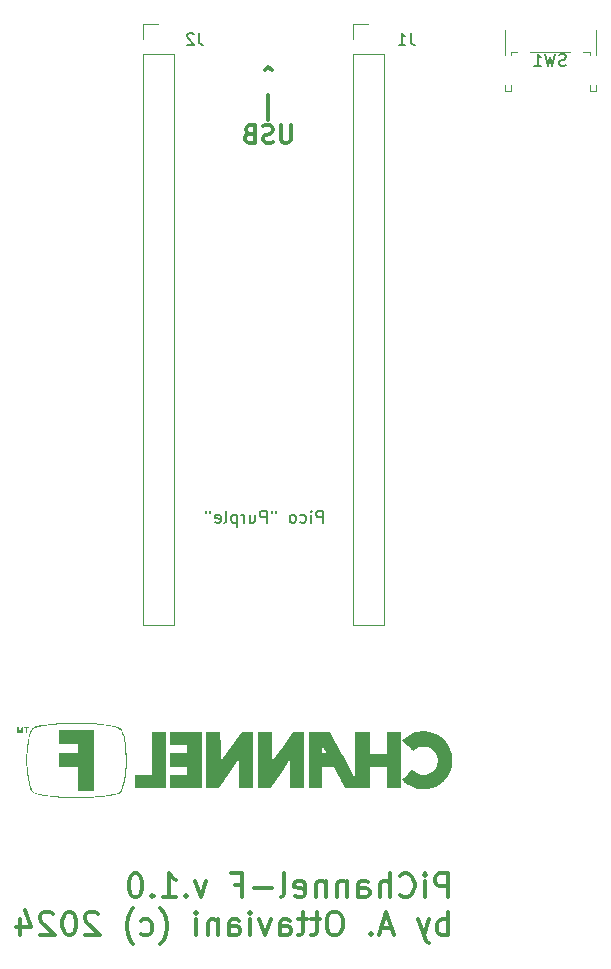
<source format=gbr>
%TF.GenerationSoftware,KiCad,Pcbnew,8.0.4*%
%TF.CreationDate,2024-08-11T18:13:53+02:00*%
%TF.ProjectId,PiChannelF,50694368-616e-46e6-956c-462e6b696361,1*%
%TF.SameCoordinates,Original*%
%TF.FileFunction,Legend,Bot*%
%TF.FilePolarity,Positive*%
%FSLAX46Y46*%
G04 Gerber Fmt 4.6, Leading zero omitted, Abs format (unit mm)*
G04 Created by KiCad (PCBNEW 8.0.4) date 2024-08-11 18:13:53*
%MOMM*%
%LPD*%
G01*
G04 APERTURE LIST*
%ADD10C,0.300000*%
%ADD11C,0.150000*%
%ADD12C,0.000000*%
%ADD13C,0.120000*%
%ADD14R,1.600000X1.600000*%
%ADD15O,1.600000X1.600000*%
%ADD16R,1.800000X1.800000*%
%ADD17C,1.800000*%
%ADD18C,1.600000*%
%ADD19R,1.700000X1.700000*%
%ADD20O,1.700000X1.700000*%
%ADD21C,2.100000*%
%ADD22C,1.750000*%
G04 APERTURE END LIST*
D10*
X100660713Y-30688853D02*
X100374999Y-30474568D01*
X100374999Y-30474568D02*
X100089285Y-30688853D01*
X100374999Y-34960912D02*
X100374999Y-32818055D01*
X102267857Y-35375828D02*
X102267857Y-36590114D01*
X102267857Y-36590114D02*
X102196428Y-36732971D01*
X102196428Y-36732971D02*
X102125000Y-36804400D01*
X102125000Y-36804400D02*
X101982142Y-36875828D01*
X101982142Y-36875828D02*
X101696428Y-36875828D01*
X101696428Y-36875828D02*
X101553571Y-36804400D01*
X101553571Y-36804400D02*
X101482142Y-36732971D01*
X101482142Y-36732971D02*
X101410714Y-36590114D01*
X101410714Y-36590114D02*
X101410714Y-35375828D01*
X100767856Y-36804400D02*
X100553571Y-36875828D01*
X100553571Y-36875828D02*
X100196428Y-36875828D01*
X100196428Y-36875828D02*
X100053571Y-36804400D01*
X100053571Y-36804400D02*
X99982142Y-36732971D01*
X99982142Y-36732971D02*
X99910713Y-36590114D01*
X99910713Y-36590114D02*
X99910713Y-36447257D01*
X99910713Y-36447257D02*
X99982142Y-36304400D01*
X99982142Y-36304400D02*
X100053571Y-36232971D01*
X100053571Y-36232971D02*
X100196428Y-36161542D01*
X100196428Y-36161542D02*
X100482142Y-36090114D01*
X100482142Y-36090114D02*
X100624999Y-36018685D01*
X100624999Y-36018685D02*
X100696428Y-35947257D01*
X100696428Y-35947257D02*
X100767856Y-35804400D01*
X100767856Y-35804400D02*
X100767856Y-35661542D01*
X100767856Y-35661542D02*
X100696428Y-35518685D01*
X100696428Y-35518685D02*
X100624999Y-35447257D01*
X100624999Y-35447257D02*
X100482142Y-35375828D01*
X100482142Y-35375828D02*
X100124999Y-35375828D01*
X100124999Y-35375828D02*
X99910713Y-35447257D01*
X98767857Y-36090114D02*
X98553571Y-36161542D01*
X98553571Y-36161542D02*
X98482142Y-36232971D01*
X98482142Y-36232971D02*
X98410714Y-36375828D01*
X98410714Y-36375828D02*
X98410714Y-36590114D01*
X98410714Y-36590114D02*
X98482142Y-36732971D01*
X98482142Y-36732971D02*
X98553571Y-36804400D01*
X98553571Y-36804400D02*
X98696428Y-36875828D01*
X98696428Y-36875828D02*
X99267857Y-36875828D01*
X99267857Y-36875828D02*
X99267857Y-35375828D01*
X99267857Y-35375828D02*
X98767857Y-35375828D01*
X98767857Y-35375828D02*
X98625000Y-35447257D01*
X98625000Y-35447257D02*
X98553571Y-35518685D01*
X98553571Y-35518685D02*
X98482142Y-35661542D01*
X98482142Y-35661542D02*
X98482142Y-35804400D01*
X98482142Y-35804400D02*
X98553571Y-35947257D01*
X98553571Y-35947257D02*
X98625000Y-36018685D01*
X98625000Y-36018685D02*
X98767857Y-36090114D01*
X98767857Y-36090114D02*
X99267857Y-36090114D01*
X115601441Y-100719750D02*
X115601441Y-98719750D01*
X115601441Y-98719750D02*
X114839536Y-98719750D01*
X114839536Y-98719750D02*
X114649060Y-98814988D01*
X114649060Y-98814988D02*
X114553822Y-98910226D01*
X114553822Y-98910226D02*
X114458584Y-99100702D01*
X114458584Y-99100702D02*
X114458584Y-99386416D01*
X114458584Y-99386416D02*
X114553822Y-99576892D01*
X114553822Y-99576892D02*
X114649060Y-99672131D01*
X114649060Y-99672131D02*
X114839536Y-99767369D01*
X114839536Y-99767369D02*
X115601441Y-99767369D01*
X113601441Y-100719750D02*
X113601441Y-99386416D01*
X113601441Y-98719750D02*
X113696679Y-98814988D01*
X113696679Y-98814988D02*
X113601441Y-98910226D01*
X113601441Y-98910226D02*
X113506203Y-98814988D01*
X113506203Y-98814988D02*
X113601441Y-98719750D01*
X113601441Y-98719750D02*
X113601441Y-98910226D01*
X111506203Y-100529273D02*
X111601441Y-100624512D01*
X111601441Y-100624512D02*
X111887155Y-100719750D01*
X111887155Y-100719750D02*
X112077631Y-100719750D01*
X112077631Y-100719750D02*
X112363346Y-100624512D01*
X112363346Y-100624512D02*
X112553822Y-100434035D01*
X112553822Y-100434035D02*
X112649060Y-100243559D01*
X112649060Y-100243559D02*
X112744298Y-99862607D01*
X112744298Y-99862607D02*
X112744298Y-99576892D01*
X112744298Y-99576892D02*
X112649060Y-99195940D01*
X112649060Y-99195940D02*
X112553822Y-99005464D01*
X112553822Y-99005464D02*
X112363346Y-98814988D01*
X112363346Y-98814988D02*
X112077631Y-98719750D01*
X112077631Y-98719750D02*
X111887155Y-98719750D01*
X111887155Y-98719750D02*
X111601441Y-98814988D01*
X111601441Y-98814988D02*
X111506203Y-98910226D01*
X110649060Y-100719750D02*
X110649060Y-98719750D01*
X109791917Y-100719750D02*
X109791917Y-99672131D01*
X109791917Y-99672131D02*
X109887155Y-99481654D01*
X109887155Y-99481654D02*
X110077631Y-99386416D01*
X110077631Y-99386416D02*
X110363346Y-99386416D01*
X110363346Y-99386416D02*
X110553822Y-99481654D01*
X110553822Y-99481654D02*
X110649060Y-99576892D01*
X107982393Y-100719750D02*
X107982393Y-99672131D01*
X107982393Y-99672131D02*
X108077631Y-99481654D01*
X108077631Y-99481654D02*
X108268107Y-99386416D01*
X108268107Y-99386416D02*
X108649060Y-99386416D01*
X108649060Y-99386416D02*
X108839536Y-99481654D01*
X107982393Y-100624512D02*
X108172869Y-100719750D01*
X108172869Y-100719750D02*
X108649060Y-100719750D01*
X108649060Y-100719750D02*
X108839536Y-100624512D01*
X108839536Y-100624512D02*
X108934774Y-100434035D01*
X108934774Y-100434035D02*
X108934774Y-100243559D01*
X108934774Y-100243559D02*
X108839536Y-100053083D01*
X108839536Y-100053083D02*
X108649060Y-99957845D01*
X108649060Y-99957845D02*
X108172869Y-99957845D01*
X108172869Y-99957845D02*
X107982393Y-99862607D01*
X107030012Y-99386416D02*
X107030012Y-100719750D01*
X107030012Y-99576892D02*
X106934774Y-99481654D01*
X106934774Y-99481654D02*
X106744298Y-99386416D01*
X106744298Y-99386416D02*
X106458583Y-99386416D01*
X106458583Y-99386416D02*
X106268107Y-99481654D01*
X106268107Y-99481654D02*
X106172869Y-99672131D01*
X106172869Y-99672131D02*
X106172869Y-100719750D01*
X105220488Y-99386416D02*
X105220488Y-100719750D01*
X105220488Y-99576892D02*
X105125250Y-99481654D01*
X105125250Y-99481654D02*
X104934774Y-99386416D01*
X104934774Y-99386416D02*
X104649059Y-99386416D01*
X104649059Y-99386416D02*
X104458583Y-99481654D01*
X104458583Y-99481654D02*
X104363345Y-99672131D01*
X104363345Y-99672131D02*
X104363345Y-100719750D01*
X102649059Y-100624512D02*
X102839535Y-100719750D01*
X102839535Y-100719750D02*
X103220488Y-100719750D01*
X103220488Y-100719750D02*
X103410964Y-100624512D01*
X103410964Y-100624512D02*
X103506202Y-100434035D01*
X103506202Y-100434035D02*
X103506202Y-99672131D01*
X103506202Y-99672131D02*
X103410964Y-99481654D01*
X103410964Y-99481654D02*
X103220488Y-99386416D01*
X103220488Y-99386416D02*
X102839535Y-99386416D01*
X102839535Y-99386416D02*
X102649059Y-99481654D01*
X102649059Y-99481654D02*
X102553821Y-99672131D01*
X102553821Y-99672131D02*
X102553821Y-99862607D01*
X102553821Y-99862607D02*
X103506202Y-100053083D01*
X101410964Y-100719750D02*
X101601440Y-100624512D01*
X101601440Y-100624512D02*
X101696678Y-100434035D01*
X101696678Y-100434035D02*
X101696678Y-98719750D01*
X100649059Y-99957845D02*
X99125250Y-99957845D01*
X97506202Y-99672131D02*
X98172869Y-99672131D01*
X98172869Y-100719750D02*
X98172869Y-98719750D01*
X98172869Y-98719750D02*
X97220488Y-98719750D01*
X95125249Y-99386416D02*
X94649059Y-100719750D01*
X94649059Y-100719750D02*
X94172868Y-99386416D01*
X93410963Y-100529273D02*
X93315725Y-100624512D01*
X93315725Y-100624512D02*
X93410963Y-100719750D01*
X93410963Y-100719750D02*
X93506201Y-100624512D01*
X93506201Y-100624512D02*
X93410963Y-100529273D01*
X93410963Y-100529273D02*
X93410963Y-100719750D01*
X91410963Y-100719750D02*
X92553820Y-100719750D01*
X91982392Y-100719750D02*
X91982392Y-98719750D01*
X91982392Y-98719750D02*
X92172868Y-99005464D01*
X92172868Y-99005464D02*
X92363344Y-99195940D01*
X92363344Y-99195940D02*
X92553820Y-99291178D01*
X90553820Y-100529273D02*
X90458582Y-100624512D01*
X90458582Y-100624512D02*
X90553820Y-100719750D01*
X90553820Y-100719750D02*
X90649058Y-100624512D01*
X90649058Y-100624512D02*
X90553820Y-100529273D01*
X90553820Y-100529273D02*
X90553820Y-100719750D01*
X89220487Y-98719750D02*
X89030010Y-98719750D01*
X89030010Y-98719750D02*
X88839534Y-98814988D01*
X88839534Y-98814988D02*
X88744296Y-98910226D01*
X88744296Y-98910226D02*
X88649058Y-99100702D01*
X88649058Y-99100702D02*
X88553820Y-99481654D01*
X88553820Y-99481654D02*
X88553820Y-99957845D01*
X88553820Y-99957845D02*
X88649058Y-100338797D01*
X88649058Y-100338797D02*
X88744296Y-100529273D01*
X88744296Y-100529273D02*
X88839534Y-100624512D01*
X88839534Y-100624512D02*
X89030010Y-100719750D01*
X89030010Y-100719750D02*
X89220487Y-100719750D01*
X89220487Y-100719750D02*
X89410963Y-100624512D01*
X89410963Y-100624512D02*
X89506201Y-100529273D01*
X89506201Y-100529273D02*
X89601439Y-100338797D01*
X89601439Y-100338797D02*
X89696677Y-99957845D01*
X89696677Y-99957845D02*
X89696677Y-99481654D01*
X89696677Y-99481654D02*
X89601439Y-99100702D01*
X89601439Y-99100702D02*
X89506201Y-98910226D01*
X89506201Y-98910226D02*
X89410963Y-98814988D01*
X89410963Y-98814988D02*
X89220487Y-98719750D01*
X115601441Y-103939638D02*
X115601441Y-101939638D01*
X115601441Y-102701542D02*
X115410965Y-102606304D01*
X115410965Y-102606304D02*
X115030012Y-102606304D01*
X115030012Y-102606304D02*
X114839536Y-102701542D01*
X114839536Y-102701542D02*
X114744298Y-102796780D01*
X114744298Y-102796780D02*
X114649060Y-102987257D01*
X114649060Y-102987257D02*
X114649060Y-103558685D01*
X114649060Y-103558685D02*
X114744298Y-103749161D01*
X114744298Y-103749161D02*
X114839536Y-103844400D01*
X114839536Y-103844400D02*
X115030012Y-103939638D01*
X115030012Y-103939638D02*
X115410965Y-103939638D01*
X115410965Y-103939638D02*
X115601441Y-103844400D01*
X113982393Y-102606304D02*
X113506203Y-103939638D01*
X113030012Y-102606304D02*
X113506203Y-103939638D01*
X113506203Y-103939638D02*
X113696679Y-104415828D01*
X113696679Y-104415828D02*
X113791917Y-104511066D01*
X113791917Y-104511066D02*
X113982393Y-104606304D01*
X110839535Y-103368209D02*
X109887154Y-103368209D01*
X111030011Y-103939638D02*
X110363345Y-101939638D01*
X110363345Y-101939638D02*
X109696678Y-103939638D01*
X109030011Y-103749161D02*
X108934773Y-103844400D01*
X108934773Y-103844400D02*
X109030011Y-103939638D01*
X109030011Y-103939638D02*
X109125249Y-103844400D01*
X109125249Y-103844400D02*
X109030011Y-103749161D01*
X109030011Y-103749161D02*
X109030011Y-103939638D01*
X106172868Y-101939638D02*
X105791915Y-101939638D01*
X105791915Y-101939638D02*
X105601439Y-102034876D01*
X105601439Y-102034876D02*
X105410963Y-102225352D01*
X105410963Y-102225352D02*
X105315725Y-102606304D01*
X105315725Y-102606304D02*
X105315725Y-103272971D01*
X105315725Y-103272971D02*
X105410963Y-103653923D01*
X105410963Y-103653923D02*
X105601439Y-103844400D01*
X105601439Y-103844400D02*
X105791915Y-103939638D01*
X105791915Y-103939638D02*
X106172868Y-103939638D01*
X106172868Y-103939638D02*
X106363344Y-103844400D01*
X106363344Y-103844400D02*
X106553820Y-103653923D01*
X106553820Y-103653923D02*
X106649058Y-103272971D01*
X106649058Y-103272971D02*
X106649058Y-102606304D01*
X106649058Y-102606304D02*
X106553820Y-102225352D01*
X106553820Y-102225352D02*
X106363344Y-102034876D01*
X106363344Y-102034876D02*
X106172868Y-101939638D01*
X104744296Y-102606304D02*
X103982392Y-102606304D01*
X104458582Y-101939638D02*
X104458582Y-103653923D01*
X104458582Y-103653923D02*
X104363344Y-103844400D01*
X104363344Y-103844400D02*
X104172868Y-103939638D01*
X104172868Y-103939638D02*
X103982392Y-103939638D01*
X103601439Y-102606304D02*
X102839535Y-102606304D01*
X103315725Y-101939638D02*
X103315725Y-103653923D01*
X103315725Y-103653923D02*
X103220487Y-103844400D01*
X103220487Y-103844400D02*
X103030011Y-103939638D01*
X103030011Y-103939638D02*
X102839535Y-103939638D01*
X101315725Y-103939638D02*
X101315725Y-102892019D01*
X101315725Y-102892019D02*
X101410963Y-102701542D01*
X101410963Y-102701542D02*
X101601439Y-102606304D01*
X101601439Y-102606304D02*
X101982392Y-102606304D01*
X101982392Y-102606304D02*
X102172868Y-102701542D01*
X101315725Y-103844400D02*
X101506201Y-103939638D01*
X101506201Y-103939638D02*
X101982392Y-103939638D01*
X101982392Y-103939638D02*
X102172868Y-103844400D01*
X102172868Y-103844400D02*
X102268106Y-103653923D01*
X102268106Y-103653923D02*
X102268106Y-103463447D01*
X102268106Y-103463447D02*
X102172868Y-103272971D01*
X102172868Y-103272971D02*
X101982392Y-103177733D01*
X101982392Y-103177733D02*
X101506201Y-103177733D01*
X101506201Y-103177733D02*
X101315725Y-103082495D01*
X100553820Y-102606304D02*
X100077630Y-103939638D01*
X100077630Y-103939638D02*
X99601439Y-102606304D01*
X98839534Y-103939638D02*
X98839534Y-102606304D01*
X98839534Y-101939638D02*
X98934772Y-102034876D01*
X98934772Y-102034876D02*
X98839534Y-102130114D01*
X98839534Y-102130114D02*
X98744296Y-102034876D01*
X98744296Y-102034876D02*
X98839534Y-101939638D01*
X98839534Y-101939638D02*
X98839534Y-102130114D01*
X97030010Y-103939638D02*
X97030010Y-102892019D01*
X97030010Y-102892019D02*
X97125248Y-102701542D01*
X97125248Y-102701542D02*
X97315724Y-102606304D01*
X97315724Y-102606304D02*
X97696677Y-102606304D01*
X97696677Y-102606304D02*
X97887153Y-102701542D01*
X97030010Y-103844400D02*
X97220486Y-103939638D01*
X97220486Y-103939638D02*
X97696677Y-103939638D01*
X97696677Y-103939638D02*
X97887153Y-103844400D01*
X97887153Y-103844400D02*
X97982391Y-103653923D01*
X97982391Y-103653923D02*
X97982391Y-103463447D01*
X97982391Y-103463447D02*
X97887153Y-103272971D01*
X97887153Y-103272971D02*
X97696677Y-103177733D01*
X97696677Y-103177733D02*
X97220486Y-103177733D01*
X97220486Y-103177733D02*
X97030010Y-103082495D01*
X96077629Y-102606304D02*
X96077629Y-103939638D01*
X96077629Y-102796780D02*
X95982391Y-102701542D01*
X95982391Y-102701542D02*
X95791915Y-102606304D01*
X95791915Y-102606304D02*
X95506200Y-102606304D01*
X95506200Y-102606304D02*
X95315724Y-102701542D01*
X95315724Y-102701542D02*
X95220486Y-102892019D01*
X95220486Y-102892019D02*
X95220486Y-103939638D01*
X94268105Y-103939638D02*
X94268105Y-102606304D01*
X94268105Y-101939638D02*
X94363343Y-102034876D01*
X94363343Y-102034876D02*
X94268105Y-102130114D01*
X94268105Y-102130114D02*
X94172867Y-102034876D01*
X94172867Y-102034876D02*
X94268105Y-101939638D01*
X94268105Y-101939638D02*
X94268105Y-102130114D01*
X91220485Y-104701542D02*
X91315724Y-104606304D01*
X91315724Y-104606304D02*
X91506200Y-104320590D01*
X91506200Y-104320590D02*
X91601438Y-104130114D01*
X91601438Y-104130114D02*
X91696676Y-103844400D01*
X91696676Y-103844400D02*
X91791914Y-103368209D01*
X91791914Y-103368209D02*
X91791914Y-102987257D01*
X91791914Y-102987257D02*
X91696676Y-102511066D01*
X91696676Y-102511066D02*
X91601438Y-102225352D01*
X91601438Y-102225352D02*
X91506200Y-102034876D01*
X91506200Y-102034876D02*
X91315724Y-101749161D01*
X91315724Y-101749161D02*
X91220485Y-101653923D01*
X89601438Y-103844400D02*
X89791914Y-103939638D01*
X89791914Y-103939638D02*
X90172867Y-103939638D01*
X90172867Y-103939638D02*
X90363343Y-103844400D01*
X90363343Y-103844400D02*
X90458581Y-103749161D01*
X90458581Y-103749161D02*
X90553819Y-103558685D01*
X90553819Y-103558685D02*
X90553819Y-102987257D01*
X90553819Y-102987257D02*
X90458581Y-102796780D01*
X90458581Y-102796780D02*
X90363343Y-102701542D01*
X90363343Y-102701542D02*
X90172867Y-102606304D01*
X90172867Y-102606304D02*
X89791914Y-102606304D01*
X89791914Y-102606304D02*
X89601438Y-102701542D01*
X88934771Y-104701542D02*
X88839533Y-104606304D01*
X88839533Y-104606304D02*
X88649057Y-104320590D01*
X88649057Y-104320590D02*
X88553819Y-104130114D01*
X88553819Y-104130114D02*
X88458581Y-103844400D01*
X88458581Y-103844400D02*
X88363343Y-103368209D01*
X88363343Y-103368209D02*
X88363343Y-102987257D01*
X88363343Y-102987257D02*
X88458581Y-102511066D01*
X88458581Y-102511066D02*
X88553819Y-102225352D01*
X88553819Y-102225352D02*
X88649057Y-102034876D01*
X88649057Y-102034876D02*
X88839533Y-101749161D01*
X88839533Y-101749161D02*
X88934771Y-101653923D01*
X85982390Y-102130114D02*
X85887152Y-102034876D01*
X85887152Y-102034876D02*
X85696676Y-101939638D01*
X85696676Y-101939638D02*
X85220485Y-101939638D01*
X85220485Y-101939638D02*
X85030009Y-102034876D01*
X85030009Y-102034876D02*
X84934771Y-102130114D01*
X84934771Y-102130114D02*
X84839533Y-102320590D01*
X84839533Y-102320590D02*
X84839533Y-102511066D01*
X84839533Y-102511066D02*
X84934771Y-102796780D01*
X84934771Y-102796780D02*
X86077628Y-103939638D01*
X86077628Y-103939638D02*
X84839533Y-103939638D01*
X83601438Y-101939638D02*
X83410961Y-101939638D01*
X83410961Y-101939638D02*
X83220485Y-102034876D01*
X83220485Y-102034876D02*
X83125247Y-102130114D01*
X83125247Y-102130114D02*
X83030009Y-102320590D01*
X83030009Y-102320590D02*
X82934771Y-102701542D01*
X82934771Y-102701542D02*
X82934771Y-103177733D01*
X82934771Y-103177733D02*
X83030009Y-103558685D01*
X83030009Y-103558685D02*
X83125247Y-103749161D01*
X83125247Y-103749161D02*
X83220485Y-103844400D01*
X83220485Y-103844400D02*
X83410961Y-103939638D01*
X83410961Y-103939638D02*
X83601438Y-103939638D01*
X83601438Y-103939638D02*
X83791914Y-103844400D01*
X83791914Y-103844400D02*
X83887152Y-103749161D01*
X83887152Y-103749161D02*
X83982390Y-103558685D01*
X83982390Y-103558685D02*
X84077628Y-103177733D01*
X84077628Y-103177733D02*
X84077628Y-102701542D01*
X84077628Y-102701542D02*
X83982390Y-102320590D01*
X83982390Y-102320590D02*
X83887152Y-102130114D01*
X83887152Y-102130114D02*
X83791914Y-102034876D01*
X83791914Y-102034876D02*
X83601438Y-101939638D01*
X82172866Y-102130114D02*
X82077628Y-102034876D01*
X82077628Y-102034876D02*
X81887152Y-101939638D01*
X81887152Y-101939638D02*
X81410961Y-101939638D01*
X81410961Y-101939638D02*
X81220485Y-102034876D01*
X81220485Y-102034876D02*
X81125247Y-102130114D01*
X81125247Y-102130114D02*
X81030009Y-102320590D01*
X81030009Y-102320590D02*
X81030009Y-102511066D01*
X81030009Y-102511066D02*
X81125247Y-102796780D01*
X81125247Y-102796780D02*
X82268104Y-103939638D01*
X82268104Y-103939638D02*
X81030009Y-103939638D01*
X79315723Y-102606304D02*
X79315723Y-103939638D01*
X79791914Y-101844400D02*
X80268104Y-103272971D01*
X80268104Y-103272971D02*
X79030009Y-103272971D01*
D11*
X104988220Y-69019819D02*
X104988220Y-68019819D01*
X104988220Y-68019819D02*
X104607268Y-68019819D01*
X104607268Y-68019819D02*
X104512030Y-68067438D01*
X104512030Y-68067438D02*
X104464411Y-68115057D01*
X104464411Y-68115057D02*
X104416792Y-68210295D01*
X104416792Y-68210295D02*
X104416792Y-68353152D01*
X104416792Y-68353152D02*
X104464411Y-68448390D01*
X104464411Y-68448390D02*
X104512030Y-68496009D01*
X104512030Y-68496009D02*
X104607268Y-68543628D01*
X104607268Y-68543628D02*
X104988220Y-68543628D01*
X103988220Y-69019819D02*
X103988220Y-68353152D01*
X103988220Y-68019819D02*
X104035839Y-68067438D01*
X104035839Y-68067438D02*
X103988220Y-68115057D01*
X103988220Y-68115057D02*
X103940601Y-68067438D01*
X103940601Y-68067438D02*
X103988220Y-68019819D01*
X103988220Y-68019819D02*
X103988220Y-68115057D01*
X103083459Y-68972200D02*
X103178697Y-69019819D01*
X103178697Y-69019819D02*
X103369173Y-69019819D01*
X103369173Y-69019819D02*
X103464411Y-68972200D01*
X103464411Y-68972200D02*
X103512030Y-68924580D01*
X103512030Y-68924580D02*
X103559649Y-68829342D01*
X103559649Y-68829342D02*
X103559649Y-68543628D01*
X103559649Y-68543628D02*
X103512030Y-68448390D01*
X103512030Y-68448390D02*
X103464411Y-68400771D01*
X103464411Y-68400771D02*
X103369173Y-68353152D01*
X103369173Y-68353152D02*
X103178697Y-68353152D01*
X103178697Y-68353152D02*
X103083459Y-68400771D01*
X102512030Y-69019819D02*
X102607268Y-68972200D01*
X102607268Y-68972200D02*
X102654887Y-68924580D01*
X102654887Y-68924580D02*
X102702506Y-68829342D01*
X102702506Y-68829342D02*
X102702506Y-68543628D01*
X102702506Y-68543628D02*
X102654887Y-68448390D01*
X102654887Y-68448390D02*
X102607268Y-68400771D01*
X102607268Y-68400771D02*
X102512030Y-68353152D01*
X102512030Y-68353152D02*
X102369173Y-68353152D01*
X102369173Y-68353152D02*
X102273935Y-68400771D01*
X102273935Y-68400771D02*
X102226316Y-68448390D01*
X102226316Y-68448390D02*
X102178697Y-68543628D01*
X102178697Y-68543628D02*
X102178697Y-68829342D01*
X102178697Y-68829342D02*
X102226316Y-68924580D01*
X102226316Y-68924580D02*
X102273935Y-68972200D01*
X102273935Y-68972200D02*
X102369173Y-69019819D01*
X102369173Y-69019819D02*
X102512030Y-69019819D01*
X101035839Y-68019819D02*
X101035839Y-68210295D01*
X100654887Y-68019819D02*
X100654887Y-68210295D01*
X100226315Y-69019819D02*
X100226315Y-68019819D01*
X100226315Y-68019819D02*
X99845363Y-68019819D01*
X99845363Y-68019819D02*
X99750125Y-68067438D01*
X99750125Y-68067438D02*
X99702506Y-68115057D01*
X99702506Y-68115057D02*
X99654887Y-68210295D01*
X99654887Y-68210295D02*
X99654887Y-68353152D01*
X99654887Y-68353152D02*
X99702506Y-68448390D01*
X99702506Y-68448390D02*
X99750125Y-68496009D01*
X99750125Y-68496009D02*
X99845363Y-68543628D01*
X99845363Y-68543628D02*
X100226315Y-68543628D01*
X98797744Y-68353152D02*
X98797744Y-69019819D01*
X99226315Y-68353152D02*
X99226315Y-68876961D01*
X99226315Y-68876961D02*
X99178696Y-68972200D01*
X99178696Y-68972200D02*
X99083458Y-69019819D01*
X99083458Y-69019819D02*
X98940601Y-69019819D01*
X98940601Y-69019819D02*
X98845363Y-68972200D01*
X98845363Y-68972200D02*
X98797744Y-68924580D01*
X98321553Y-69019819D02*
X98321553Y-68353152D01*
X98321553Y-68543628D02*
X98273934Y-68448390D01*
X98273934Y-68448390D02*
X98226315Y-68400771D01*
X98226315Y-68400771D02*
X98131077Y-68353152D01*
X98131077Y-68353152D02*
X98035839Y-68353152D01*
X97702505Y-68353152D02*
X97702505Y-69353152D01*
X97702505Y-68400771D02*
X97607267Y-68353152D01*
X97607267Y-68353152D02*
X97416791Y-68353152D01*
X97416791Y-68353152D02*
X97321553Y-68400771D01*
X97321553Y-68400771D02*
X97273934Y-68448390D01*
X97273934Y-68448390D02*
X97226315Y-68543628D01*
X97226315Y-68543628D02*
X97226315Y-68829342D01*
X97226315Y-68829342D02*
X97273934Y-68924580D01*
X97273934Y-68924580D02*
X97321553Y-68972200D01*
X97321553Y-68972200D02*
X97416791Y-69019819D01*
X97416791Y-69019819D02*
X97607267Y-69019819D01*
X97607267Y-69019819D02*
X97702505Y-68972200D01*
X96654886Y-69019819D02*
X96750124Y-68972200D01*
X96750124Y-68972200D02*
X96797743Y-68876961D01*
X96797743Y-68876961D02*
X96797743Y-68019819D01*
X95892981Y-68972200D02*
X95988219Y-69019819D01*
X95988219Y-69019819D02*
X96178695Y-69019819D01*
X96178695Y-69019819D02*
X96273933Y-68972200D01*
X96273933Y-68972200D02*
X96321552Y-68876961D01*
X96321552Y-68876961D02*
X96321552Y-68496009D01*
X96321552Y-68496009D02*
X96273933Y-68400771D01*
X96273933Y-68400771D02*
X96178695Y-68353152D01*
X96178695Y-68353152D02*
X95988219Y-68353152D01*
X95988219Y-68353152D02*
X95892981Y-68400771D01*
X95892981Y-68400771D02*
X95845362Y-68496009D01*
X95845362Y-68496009D02*
X95845362Y-68591247D01*
X95845362Y-68591247D02*
X96321552Y-68686485D01*
X95464409Y-68019819D02*
X95464409Y-68210295D01*
X95083457Y-68019819D02*
X95083457Y-68210295D01*
X112408333Y-27554819D02*
X112408333Y-28269104D01*
X112408333Y-28269104D02*
X112455952Y-28411961D01*
X112455952Y-28411961D02*
X112551190Y-28507200D01*
X112551190Y-28507200D02*
X112694047Y-28554819D01*
X112694047Y-28554819D02*
X112789285Y-28554819D01*
X111408333Y-28554819D02*
X111979761Y-28554819D01*
X111694047Y-28554819D02*
X111694047Y-27554819D01*
X111694047Y-27554819D02*
X111789285Y-27697676D01*
X111789285Y-27697676D02*
X111884523Y-27792914D01*
X111884523Y-27792914D02*
X111979761Y-27840533D01*
X125558332Y-30287200D02*
X125415475Y-30334819D01*
X125415475Y-30334819D02*
X125177380Y-30334819D01*
X125177380Y-30334819D02*
X125082142Y-30287200D01*
X125082142Y-30287200D02*
X125034523Y-30239580D01*
X125034523Y-30239580D02*
X124986904Y-30144342D01*
X124986904Y-30144342D02*
X124986904Y-30049104D01*
X124986904Y-30049104D02*
X125034523Y-29953866D01*
X125034523Y-29953866D02*
X125082142Y-29906247D01*
X125082142Y-29906247D02*
X125177380Y-29858628D01*
X125177380Y-29858628D02*
X125367856Y-29811009D01*
X125367856Y-29811009D02*
X125463094Y-29763390D01*
X125463094Y-29763390D02*
X125510713Y-29715771D01*
X125510713Y-29715771D02*
X125558332Y-29620533D01*
X125558332Y-29620533D02*
X125558332Y-29525295D01*
X125558332Y-29525295D02*
X125510713Y-29430057D01*
X125510713Y-29430057D02*
X125463094Y-29382438D01*
X125463094Y-29382438D02*
X125367856Y-29334819D01*
X125367856Y-29334819D02*
X125129761Y-29334819D01*
X125129761Y-29334819D02*
X124986904Y-29382438D01*
X124653570Y-29334819D02*
X124415475Y-30334819D01*
X124415475Y-30334819D02*
X124224999Y-29620533D01*
X124224999Y-29620533D02*
X124034523Y-30334819D01*
X124034523Y-30334819D02*
X123796428Y-29334819D01*
X122891666Y-30334819D02*
X123463094Y-30334819D01*
X123177380Y-30334819D02*
X123177380Y-29334819D01*
X123177380Y-29334819D02*
X123272618Y-29477676D01*
X123272618Y-29477676D02*
X123367856Y-29572914D01*
X123367856Y-29572914D02*
X123463094Y-29620533D01*
X94483333Y-27554819D02*
X94483333Y-28269104D01*
X94483333Y-28269104D02*
X94530952Y-28411961D01*
X94530952Y-28411961D02*
X94626190Y-28507200D01*
X94626190Y-28507200D02*
X94769047Y-28554819D01*
X94769047Y-28554819D02*
X94864285Y-28554819D01*
X94054761Y-27650057D02*
X94007142Y-27602438D01*
X94007142Y-27602438D02*
X93911904Y-27554819D01*
X93911904Y-27554819D02*
X93673809Y-27554819D01*
X93673809Y-27554819D02*
X93578571Y-27602438D01*
X93578571Y-27602438D02*
X93530952Y-27650057D01*
X93530952Y-27650057D02*
X93483333Y-27745295D01*
X93483333Y-27745295D02*
X93483333Y-27840533D01*
X93483333Y-27840533D02*
X93530952Y-27983390D01*
X93530952Y-27983390D02*
X94102380Y-28554819D01*
X94102380Y-28554819D02*
X93483333Y-28554819D01*
D12*
%TO.C,G\u002A\u002A\u002A*%
G36*
X91666912Y-89103102D02*
G01*
X91666912Y-91496339D01*
X90391912Y-91496339D01*
X89116912Y-91496339D01*
X89116912Y-90929300D01*
X89116912Y-90362262D01*
X89800245Y-90362262D01*
X90483578Y-90362262D01*
X90483578Y-88536063D01*
X90483578Y-86709865D01*
X91075245Y-86709865D01*
X91666912Y-86709865D01*
X91666912Y-89103102D01*
G37*
G36*
X80133578Y-86351296D02*
G01*
X80132077Y-86372119D01*
X80121747Y-86386188D01*
X80094411Y-86391908D01*
X80041912Y-86392990D01*
X79950245Y-86392990D01*
X79950245Y-86626477D01*
X79950245Y-86859964D01*
X79908578Y-86859964D01*
X79866912Y-86859964D01*
X79866912Y-86626477D01*
X79866912Y-86392990D01*
X79775245Y-86392990D01*
X79729465Y-86392307D01*
X79698535Y-86387609D01*
X79685958Y-86375175D01*
X79683578Y-86351296D01*
X79683578Y-86309602D01*
X79908578Y-86309602D01*
X80133578Y-86309602D01*
X80133578Y-86351296D01*
G37*
G36*
X85600245Y-89128118D02*
G01*
X85600245Y-91696470D01*
X84933578Y-91696470D01*
X84266912Y-91696470D01*
X84266912Y-90720830D01*
X84266912Y-89745190D01*
X83441912Y-89745190D01*
X82616912Y-89745190D01*
X82616912Y-89144953D01*
X82616912Y-88544716D01*
X83437745Y-88540390D01*
X84258578Y-88536063D01*
X84263047Y-88139970D01*
X84267515Y-87743877D01*
X83442213Y-87743877D01*
X82616912Y-87743877D01*
X82616912Y-87151822D01*
X82616912Y-86559767D01*
X84108578Y-86559767D01*
X85600245Y-86559767D01*
X85600245Y-89128118D01*
G37*
G36*
X94750245Y-89103102D02*
G01*
X94750245Y-91496339D01*
X93375245Y-91496339D01*
X92000245Y-91496339D01*
X92000245Y-90929300D01*
X92000245Y-90362262D01*
X92750245Y-90362262D01*
X93500245Y-90362262D01*
X93500245Y-90045387D01*
X93500245Y-89728512D01*
X92783578Y-89728512D01*
X92066912Y-89728512D01*
X92066912Y-89103102D01*
X92066912Y-88477692D01*
X92783578Y-88477692D01*
X93500245Y-88477692D01*
X93500245Y-88160817D01*
X93500245Y-87843943D01*
X92750245Y-87843943D01*
X92000245Y-87843943D01*
X92000245Y-87276904D01*
X92000245Y-86709865D01*
X93375245Y-86709865D01*
X94750245Y-86709865D01*
X94750245Y-89103102D01*
G37*
G36*
X79294209Y-86522242D02*
G01*
X79360606Y-86734881D01*
X79431806Y-86522242D01*
X79503006Y-86309602D01*
X79559959Y-86309602D01*
X79616912Y-86309602D01*
X79616912Y-86584783D01*
X79616912Y-86859964D01*
X79575245Y-86859964D01*
X79533578Y-86859964D01*
X79532268Y-86672340D01*
X79530957Y-86484717D01*
X79468472Y-86668171D01*
X79460721Y-86690836D01*
X79435067Y-86763051D01*
X79415540Y-86810276D01*
X79399083Y-86837984D01*
X79382639Y-86851646D01*
X79363152Y-86856737D01*
X79347988Y-86857505D01*
X79332585Y-86852231D01*
X79318289Y-86835361D01*
X79302222Y-86801872D01*
X79281507Y-86746741D01*
X79253264Y-86664945D01*
X79186210Y-86468040D01*
X79184894Y-86664002D01*
X79183578Y-86859964D01*
X79141912Y-86859964D01*
X79100245Y-86859964D01*
X79100245Y-86584783D01*
X79100245Y-86309602D01*
X79164029Y-86309602D01*
X79227812Y-86309602D01*
X79294209Y-86522242D01*
G37*
G36*
X103383578Y-89102838D02*
G01*
X103383578Y-91496339D01*
X102800353Y-91496339D01*
X102217128Y-91496339D01*
X102212853Y-90275361D01*
X102208578Y-89054382D01*
X101662745Y-89842040D01*
X101582741Y-89957650D01*
X101487319Y-90095986D01*
X101399154Y-90224288D01*
X101319932Y-90340080D01*
X101251336Y-90440884D01*
X101195052Y-90524224D01*
X101152764Y-90587623D01*
X101126156Y-90628603D01*
X101116912Y-90644688D01*
X101116801Y-90646593D01*
X101102610Y-90665238D01*
X101090020Y-90679552D01*
X101061168Y-90717847D01*
X101018721Y-90776457D01*
X100965291Y-90851735D01*
X100903490Y-90940033D01*
X100835927Y-91037705D01*
X100772414Y-91129875D01*
X100707374Y-91223905D01*
X100649534Y-91307164D01*
X100601807Y-91375467D01*
X100567109Y-91424632D01*
X100548353Y-91450476D01*
X100513160Y-91496339D01*
X99990036Y-91496339D01*
X99466912Y-91496339D01*
X99466912Y-89103102D01*
X99466912Y-86709865D01*
X100075140Y-86709865D01*
X100683369Y-86709865D01*
X100687640Y-87966534D01*
X100691912Y-89223202D01*
X101576764Y-87970703D01*
X102461616Y-86718204D01*
X102922597Y-86713771D01*
X103383578Y-86709337D01*
X103383578Y-89102838D01*
G37*
G36*
X96320974Y-87970598D02*
G01*
X96325245Y-89231331D01*
X97215802Y-87970598D01*
X98106360Y-86709865D01*
X98569969Y-86709865D01*
X99033578Y-86709865D01*
X99033578Y-89103102D01*
X99033578Y-91496339D01*
X98442020Y-91496339D01*
X97850462Y-91496339D01*
X97846187Y-90279842D01*
X97841912Y-89063344D01*
X97650245Y-89339037D01*
X97639270Y-89354839D01*
X97581503Y-89438510D01*
X97530884Y-89512647D01*
X97490407Y-89572806D01*
X97463069Y-89614539D01*
X97451865Y-89633403D01*
X97451657Y-89633956D01*
X97435681Y-89659048D01*
X97407634Y-89692565D01*
X97376192Y-89731679D01*
X97347707Y-89776646D01*
X97329594Y-89808973D01*
X97315604Y-89828578D01*
X97300156Y-89847131D01*
X97271079Y-89886708D01*
X97232610Y-89941170D01*
X97188837Y-90004499D01*
X97143851Y-90070676D01*
X97101742Y-90133684D01*
X97066600Y-90187506D01*
X97042516Y-90226124D01*
X97033578Y-90243519D01*
X97033427Y-90245941D01*
X97019915Y-90264976D01*
X97004954Y-90280453D01*
X96975895Y-90317652D01*
X96936987Y-90370495D01*
X96892460Y-90432907D01*
X96846543Y-90498818D01*
X96803466Y-90562156D01*
X96767460Y-90616848D01*
X96742754Y-90656821D01*
X96733578Y-90676005D01*
X96733288Y-90679522D01*
X96719222Y-90698593D01*
X96715038Y-90701007D01*
X96707803Y-90707889D01*
X96696387Y-90721572D01*
X96678954Y-90744640D01*
X96653664Y-90779680D01*
X96618681Y-90829277D01*
X96572165Y-90896018D01*
X96512279Y-90982487D01*
X96437184Y-91091270D01*
X96345043Y-91224954D01*
X96158578Y-91495591D01*
X95629412Y-91495965D01*
X95100245Y-91496339D01*
X95100245Y-89103102D01*
X95100245Y-86709865D01*
X95708474Y-86709865D01*
X96316702Y-86709865D01*
X96320974Y-87970598D01*
G37*
G36*
X106673446Y-88720771D02*
G01*
X107725245Y-90723339D01*
X107729479Y-88716602D01*
X107733712Y-86709865D01*
X108341979Y-86709865D01*
X108950245Y-86709865D01*
X108950245Y-87652150D01*
X108950245Y-88594435D01*
X109666912Y-88594435D01*
X110383578Y-88594435D01*
X110383578Y-87652150D01*
X110383578Y-86709865D01*
X110975245Y-86709865D01*
X111566912Y-86709865D01*
X111566912Y-89103102D01*
X111566912Y-91496339D01*
X110975245Y-91496339D01*
X110383578Y-91496339D01*
X110383578Y-90595748D01*
X110383578Y-89695157D01*
X109666628Y-89695157D01*
X108949678Y-89695157D01*
X108954128Y-90595752D01*
X108958578Y-91496346D01*
X107915930Y-91496343D01*
X106873281Y-91496339D01*
X106769540Y-91287869D01*
X106756602Y-91262076D01*
X106719397Y-91190246D01*
X106687620Y-91132260D01*
X106664300Y-91093513D01*
X106652466Y-91079399D01*
X106647241Y-91077636D01*
X106639134Y-91057487D01*
X106633938Y-91043610D01*
X106614890Y-91002312D01*
X106583301Y-90937008D01*
X106540693Y-90850753D01*
X106488590Y-90746604D01*
X106428512Y-90627620D01*
X106361982Y-90496856D01*
X106290523Y-90357369D01*
X105941912Y-89679164D01*
X105412745Y-89678822D01*
X104883578Y-89678480D01*
X104883578Y-90587409D01*
X104883578Y-91496339D01*
X104358578Y-91496339D01*
X103833578Y-91496339D01*
X103833578Y-89102957D01*
X103833578Y-88123292D01*
X104885698Y-88123292D01*
X104886133Y-88511047D01*
X105092206Y-88511047D01*
X105097888Y-88511042D01*
X105176607Y-88509927D01*
X105242026Y-88507135D01*
X105287467Y-88503068D01*
X105306255Y-88498131D01*
X105304465Y-88490144D01*
X105289288Y-88456564D01*
X105260919Y-88400969D01*
X105221563Y-88327522D01*
X105173423Y-88240388D01*
X105118703Y-88143732D01*
X105085470Y-88085688D01*
X105031604Y-87991592D01*
X104983957Y-87908341D01*
X104945118Y-87840458D01*
X104917676Y-87792468D01*
X104904218Y-87768893D01*
X104902628Y-87766477D01*
X104896737Y-87767161D01*
X104892260Y-87787783D01*
X104889058Y-87831025D01*
X104886990Y-87899570D01*
X104885917Y-87996098D01*
X104885698Y-88123292D01*
X103833578Y-88123292D01*
X103833578Y-86709575D01*
X104727613Y-86713890D01*
X105621647Y-86718204D01*
X106556510Y-88498131D01*
X106673446Y-88720771D01*
G37*
G36*
X113645951Y-86672597D02*
G01*
X113792083Y-86682158D01*
X113916912Y-86698844D01*
X113993169Y-86714047D01*
X114267516Y-86789648D01*
X114528621Y-86894627D01*
X114774389Y-87027394D01*
X115002727Y-87186360D01*
X115211539Y-87369935D01*
X115398732Y-87576529D01*
X115562212Y-87804551D01*
X115699884Y-88052413D01*
X115706688Y-88066621D01*
X115776583Y-88227757D01*
X115833502Y-88391997D01*
X115879433Y-88566810D01*
X115916362Y-88759661D01*
X115946279Y-88978020D01*
X115948833Y-89010292D01*
X115949756Y-89095522D01*
X115945618Y-89200554D01*
X115937121Y-89316710D01*
X115924963Y-89435310D01*
X115909846Y-89547674D01*
X115892469Y-89645124D01*
X115887374Y-89668591D01*
X115848340Y-89817122D01*
X115797565Y-89971609D01*
X115738816Y-90122264D01*
X115675856Y-90259302D01*
X115612452Y-90372938D01*
X115598076Y-90397285D01*
X115581170Y-90433513D01*
X115578970Y-90452156D01*
X115581377Y-90455713D01*
X115571049Y-90462327D01*
X115565765Y-90463999D01*
X115543019Y-90484824D01*
X115516211Y-90521834D01*
X115501024Y-90544905D01*
X115460442Y-90601162D01*
X115409132Y-90668299D01*
X115354315Y-90737146D01*
X115303211Y-90798537D01*
X115263041Y-90843301D01*
X115236024Y-90869957D01*
X115165283Y-90933597D01*
X115079205Y-91005469D01*
X114986156Y-91078882D01*
X114894500Y-91147144D01*
X114812605Y-91203565D01*
X114760186Y-91236080D01*
X114685951Y-91278940D01*
X114605266Y-91323025D01*
X114525157Y-91364692D01*
X114452654Y-91400302D01*
X114394785Y-91426213D01*
X114358578Y-91438783D01*
X114353738Y-91439993D01*
X114321860Y-91449279D01*
X114269734Y-91465211D01*
X114205858Y-91485205D01*
X114100283Y-91515538D01*
X113875332Y-91562852D01*
X113651238Y-91588450D01*
X113626676Y-91590060D01*
X113566241Y-91594812D01*
X113522912Y-91599388D01*
X113504780Y-91602985D01*
X113500899Y-91604044D01*
X113473035Y-91602588D01*
X113428788Y-91595956D01*
X113403774Y-91591839D01*
X113342210Y-91583086D01*
X113265142Y-91573192D01*
X113183578Y-91563607D01*
X113169974Y-91562037D01*
X112980823Y-91530563D01*
X112786702Y-91481956D01*
X112597103Y-91419323D01*
X112421518Y-91345770D01*
X112269441Y-91264406D01*
X112232002Y-91241571D01*
X112178531Y-91209593D01*
X112140420Y-91187628D01*
X112124149Y-91179465D01*
X112120182Y-91178221D01*
X112094223Y-91160822D01*
X112051405Y-91126642D01*
X111997090Y-91080467D01*
X111936636Y-91027080D01*
X111875405Y-90971266D01*
X111818756Y-90917812D01*
X111772050Y-90871501D01*
X111740647Y-90837118D01*
X111677816Y-90760391D01*
X111751531Y-90689521D01*
X111757392Y-90683868D01*
X111793666Y-90648606D01*
X111849013Y-90594555D01*
X111919709Y-90525360D01*
X112002030Y-90444669D01*
X112092252Y-90356128D01*
X112186653Y-90263384D01*
X112548061Y-89908117D01*
X112662239Y-90022615D01*
X112720387Y-90077944D01*
X112834737Y-90167665D01*
X112958807Y-90238103D01*
X113104225Y-90296463D01*
X113141776Y-90308735D01*
X113341285Y-90354707D01*
X113537745Y-90367883D01*
X113729508Y-90348547D01*
X113914923Y-90296982D01*
X114092339Y-90213470D01*
X114260106Y-90098295D01*
X114310336Y-90054996D01*
X114433586Y-89922426D01*
X114538926Y-89770001D01*
X114621304Y-89605751D01*
X114675669Y-89437704D01*
X114676290Y-89434994D01*
X114696328Y-89301590D01*
X114701525Y-89153592D01*
X114692078Y-89005840D01*
X114668184Y-88873173D01*
X114625423Y-88737661D01*
X114555909Y-88589864D01*
X114462504Y-88451810D01*
X114340718Y-88315857D01*
X114333935Y-88309106D01*
X114272745Y-88250876D01*
X114216673Y-88201873D01*
X114171679Y-88167071D01*
X114143721Y-88151442D01*
X114114393Y-88140570D01*
X114100245Y-88127210D01*
X114089920Y-88115740D01*
X114053730Y-88095694D01*
X113998107Y-88071346D01*
X113929969Y-88045314D01*
X113856236Y-88020213D01*
X113783825Y-87998659D01*
X113719653Y-87983270D01*
X113590807Y-87966725D01*
X113440772Y-87967793D01*
X113402287Y-87970803D01*
X113313309Y-87981314D01*
X113229937Y-87995561D01*
X113159083Y-88012042D01*
X113107660Y-88029252D01*
X113082580Y-88045690D01*
X113078576Y-88050705D01*
X113057051Y-88057777D01*
X113056351Y-88057579D01*
X113025875Y-88062723D01*
X112976433Y-88085199D01*
X112914511Y-88121245D01*
X112846596Y-88167095D01*
X112779176Y-88218988D01*
X112758411Y-88235897D01*
X112708909Y-88274261D01*
X112670965Y-88300924D01*
X112651483Y-88310916D01*
X112640004Y-88303225D01*
X112606452Y-88275844D01*
X112554430Y-88231481D01*
X112487273Y-88173122D01*
X112408317Y-88103755D01*
X112320898Y-88026369D01*
X112228351Y-87943951D01*
X112134012Y-87859489D01*
X112041217Y-87775970D01*
X111953301Y-87696382D01*
X111873600Y-87623712D01*
X111805449Y-87560949D01*
X111752186Y-87511081D01*
X111717144Y-87477094D01*
X111703660Y-87461976D01*
X111703498Y-87461089D01*
X111715363Y-87441399D01*
X111749014Y-87406098D01*
X111799863Y-87359065D01*
X111863322Y-87304176D01*
X111934802Y-87245307D01*
X112009714Y-87186337D01*
X112083471Y-87131141D01*
X112151483Y-87083597D01*
X112320652Y-86980743D01*
X112570801Y-86859436D01*
X112833543Y-86764773D01*
X113101355Y-86699794D01*
X113192305Y-86686530D01*
X113334804Y-86674796D01*
X113489772Y-86670148D01*
X113645951Y-86672597D01*
G37*
G36*
X88375240Y-89384565D02*
G01*
X88374923Y-89509308D01*
X88373755Y-89618549D01*
X88371696Y-89707827D01*
X88368706Y-89772684D01*
X88364745Y-89808660D01*
X88362213Y-89821845D01*
X88354633Y-89872273D01*
X88345288Y-89944930D01*
X88335129Y-90032192D01*
X88325107Y-90126436D01*
X88324577Y-90131636D01*
X88311115Y-90249905D01*
X88293891Y-90382398D01*
X88275065Y-90513292D01*
X88256799Y-90626764D01*
X88250590Y-90662665D01*
X88235734Y-90749663D01*
X88223121Y-90825040D01*
X88213925Y-90881719D01*
X88209322Y-90912623D01*
X88204195Y-90943260D01*
X88194548Y-90979333D01*
X88192306Y-90985940D01*
X88181860Y-91022491D01*
X88166997Y-91078940D01*
X88150159Y-91146109D01*
X88118195Y-91268237D01*
X88062490Y-91448096D01*
X88002555Y-91605060D01*
X87939777Y-91735642D01*
X87875543Y-91836357D01*
X87868433Y-91845189D01*
X87801192Y-91903880D01*
X87702011Y-91959646D01*
X87572024Y-92012083D01*
X87412366Y-92060786D01*
X87224173Y-92105350D01*
X87008578Y-92145372D01*
X86903224Y-92161881D01*
X86654357Y-92195744D01*
X86380668Y-92226834D01*
X86087930Y-92254674D01*
X85781914Y-92278789D01*
X85468391Y-92298703D01*
X85153133Y-92313940D01*
X84841912Y-92324024D01*
X84767896Y-92325906D01*
X84645514Y-92329479D01*
X84530146Y-92333383D01*
X84428371Y-92337370D01*
X84346767Y-92341195D01*
X84291912Y-92344612D01*
X84266738Y-92346263D01*
X84176580Y-92348978D01*
X84057328Y-92349149D01*
X83912008Y-92346870D01*
X83743645Y-92342233D01*
X83555262Y-92335330D01*
X83349885Y-92326256D01*
X83130538Y-92315102D01*
X82900245Y-92301960D01*
X82853424Y-92299222D01*
X82769630Y-92294644D01*
X82695130Y-92290947D01*
X82641912Y-92288744D01*
X82618392Y-92287687D01*
X82553583Y-92282525D01*
X82500245Y-92275486D01*
X82458659Y-92269368D01*
X82394277Y-92261961D01*
X82325245Y-92255558D01*
X82243500Y-92248280D01*
X82116031Y-92235212D01*
X81972056Y-92218989D01*
X81820823Y-92200698D01*
X81671581Y-92181431D01*
X81533578Y-92162277D01*
X81518092Y-92160026D01*
X81292303Y-92125287D01*
X81096634Y-92091117D01*
X80928094Y-92056791D01*
X80783688Y-92021583D01*
X80660421Y-91984767D01*
X80555301Y-91945618D01*
X80465334Y-91903410D01*
X80464965Y-91903215D01*
X80402108Y-91853737D01*
X80339510Y-91773468D01*
X80278172Y-91664948D01*
X80219095Y-91530721D01*
X80163282Y-91373325D01*
X80111735Y-91195302D01*
X80065454Y-90999194D01*
X80025441Y-90787541D01*
X80017329Y-90740304D01*
X80005001Y-90673154D01*
X79994652Y-90622174D01*
X79987922Y-90595748D01*
X79984003Y-90583335D01*
X79981373Y-90556900D01*
X79981219Y-90538160D01*
X79977191Y-90493727D01*
X79970220Y-90433893D01*
X79961554Y-90368073D01*
X79952443Y-90305682D01*
X79944133Y-90256133D01*
X79937875Y-90228841D01*
X79933582Y-90211336D01*
X79931707Y-90170469D01*
X79931981Y-90163736D01*
X79930321Y-90124029D01*
X79925398Y-90064526D01*
X79918005Y-89995354D01*
X79906278Y-89882795D01*
X79891774Y-89692932D01*
X79881125Y-89485586D01*
X79874585Y-89270163D01*
X79872409Y-89056069D01*
X79872423Y-89054878D01*
X79963968Y-89054878D01*
X79964646Y-89209964D01*
X79966786Y-89361278D01*
X79970383Y-89502414D01*
X79975433Y-89626961D01*
X79981931Y-89728512D01*
X79997473Y-89904937D01*
X80030330Y-90214792D01*
X80068257Y-90502067D01*
X80110948Y-90765428D01*
X80158097Y-91003541D01*
X80209398Y-91215071D01*
X80264544Y-91398685D01*
X80323231Y-91553049D01*
X80385151Y-91676830D01*
X80450000Y-91768692D01*
X80468976Y-91788230D01*
X80523234Y-91828775D01*
X80596858Y-91865850D01*
X80694463Y-91901563D01*
X80820664Y-91938024D01*
X80898093Y-91957541D01*
X81103102Y-92002146D01*
X81337013Y-92044451D01*
X81596752Y-92084104D01*
X81879241Y-92120756D01*
X82181403Y-92154053D01*
X82500161Y-92183647D01*
X82832439Y-92209184D01*
X83175159Y-92230314D01*
X83525245Y-92246687D01*
X83564099Y-92248207D01*
X83679538Y-92252555D01*
X83780109Y-92255894D01*
X83871167Y-92258220D01*
X83958065Y-92259531D01*
X84046157Y-92259822D01*
X84140797Y-92259089D01*
X84247339Y-92257328D01*
X84371136Y-92254535D01*
X84517542Y-92250707D01*
X84691912Y-92245839D01*
X84769230Y-92243542D01*
X85132088Y-92229891D01*
X85482150Y-92211993D01*
X85816497Y-92190105D01*
X86132206Y-92164485D01*
X86426356Y-92135388D01*
X86696027Y-92103071D01*
X86938297Y-92067792D01*
X87150245Y-92029806D01*
X87298465Y-91997963D01*
X87455155Y-91957704D01*
X87582185Y-91916161D01*
X87681594Y-91872545D01*
X87755422Y-91826065D01*
X87805708Y-91775932D01*
X87831647Y-91738362D01*
X87892718Y-91626123D01*
X87951719Y-91485341D01*
X88008053Y-91319397D01*
X88061120Y-91131671D01*
X88110324Y-90925544D01*
X88155067Y-90704395D01*
X88194751Y-90471606D01*
X88228778Y-90230556D01*
X88256551Y-89984626D01*
X88277471Y-89737197D01*
X88290940Y-89491648D01*
X88296362Y-89251360D01*
X88293137Y-89019714D01*
X88285292Y-88814430D01*
X88268063Y-88473661D01*
X88246483Y-88163692D01*
X88220335Y-87883044D01*
X88189400Y-87630234D01*
X88153458Y-87403782D01*
X88112291Y-87202208D01*
X88065681Y-87024029D01*
X88013408Y-86867764D01*
X87955255Y-86731934D01*
X87941691Y-86704597D01*
X87885376Y-86606782D01*
X87826144Y-86533169D01*
X87757368Y-86476687D01*
X87672422Y-86430268D01*
X87670323Y-86429308D01*
X87550285Y-86382654D01*
X87399744Y-86337626D01*
X87221446Y-86294515D01*
X87018139Y-86253612D01*
X86792570Y-86215206D01*
X86547487Y-86179591D01*
X86285637Y-86147056D01*
X86009767Y-86117892D01*
X85722626Y-86092390D01*
X85426959Y-86070842D01*
X85125515Y-86053538D01*
X84821041Y-86040768D01*
X84516284Y-86032825D01*
X84213992Y-86029999D01*
X83916912Y-86032581D01*
X83912865Y-86032655D01*
X83733440Y-86036084D01*
X83581800Y-86039354D01*
X83452512Y-86042685D01*
X83340143Y-86046301D01*
X83239259Y-86050421D01*
X83144428Y-86055267D01*
X83050215Y-86061060D01*
X82951187Y-86068022D01*
X82841912Y-86076375D01*
X82788379Y-86080522D01*
X82699486Y-86087212D01*
X82618700Y-86093072D01*
X82558578Y-86097182D01*
X82480625Y-86102229D01*
X82355624Y-86110614D01*
X82259173Y-86117586D01*
X82188166Y-86123410D01*
X82139497Y-86128352D01*
X82110059Y-86132677D01*
X82096748Y-86136651D01*
X82091700Y-86138719D01*
X82058135Y-86145472D01*
X82004354Y-86152304D01*
X81940131Y-86158106D01*
X81875245Y-86161770D01*
X81853215Y-86162898D01*
X81777065Y-86169603D01*
X81679933Y-86180982D01*
X81567225Y-86196144D01*
X81444344Y-86214197D01*
X81316695Y-86234251D01*
X81189682Y-86255415D01*
X81068711Y-86276798D01*
X80959185Y-86297509D01*
X80866509Y-86316658D01*
X80796088Y-86333353D01*
X80753326Y-86346703D01*
X80715516Y-86359941D01*
X80672366Y-86369795D01*
X80645231Y-86375479D01*
X80580552Y-86400129D01*
X80511031Y-86436868D01*
X80449008Y-86478765D01*
X80406823Y-86518893D01*
X80406794Y-86518931D01*
X80363388Y-86589445D01*
X80317638Y-86688451D01*
X80271154Y-86811325D01*
X80225542Y-86953441D01*
X80182410Y-87110176D01*
X80143365Y-87276904D01*
X80129962Y-87342659D01*
X80108530Y-87458256D01*
X80086374Y-87588134D01*
X80064684Y-87724456D01*
X80044652Y-87859388D01*
X80027470Y-87985095D01*
X80014329Y-88093742D01*
X80006420Y-88177495D01*
X80005119Y-88195145D01*
X79998329Y-88277981D01*
X79989812Y-88372323D01*
X79981100Y-88461014D01*
X79975952Y-88525004D01*
X79970743Y-88631085D01*
X79967012Y-88759031D01*
X79964755Y-88902431D01*
X79963968Y-89054878D01*
X79872423Y-89054878D01*
X79874850Y-88852707D01*
X79882164Y-88669484D01*
X79893154Y-88500222D01*
X79917215Y-88215061D01*
X79947273Y-87941145D01*
X79982818Y-87680927D01*
X80023341Y-87436862D01*
X80068335Y-87211402D01*
X80117289Y-87007000D01*
X80169696Y-86826111D01*
X80225047Y-86671187D01*
X80282834Y-86544681D01*
X80342547Y-86449047D01*
X80370975Y-86418842D01*
X80444360Y-86368415D01*
X80548643Y-86320249D01*
X80684060Y-86274299D01*
X80850852Y-86230523D01*
X81049256Y-86188877D01*
X81279511Y-86149318D01*
X81541857Y-86111803D01*
X81836531Y-86076288D01*
X82163772Y-86042729D01*
X82523820Y-86011084D01*
X82916912Y-85981309D01*
X82988909Y-85976688D01*
X83156039Y-85968469D01*
X83346829Y-85961816D01*
X83556102Y-85956727D01*
X83778679Y-85953204D01*
X84009383Y-85951245D01*
X84243036Y-85950852D01*
X84474459Y-85952023D01*
X84698476Y-85954759D01*
X84909907Y-85959060D01*
X85103575Y-85964925D01*
X85274303Y-85972355D01*
X85416912Y-85981349D01*
X85650436Y-86000248D01*
X86018340Y-86034162D01*
X86354359Y-86070678D01*
X86658323Y-86109767D01*
X86930062Y-86151399D01*
X87169405Y-86195544D01*
X87376181Y-86242172D01*
X87550219Y-86291253D01*
X87691349Y-86342758D01*
X87799400Y-86396657D01*
X87856421Y-86438154D01*
X87938952Y-86527325D01*
X88014423Y-86646951D01*
X88082913Y-86797316D01*
X88144503Y-86978703D01*
X88199273Y-87191398D01*
X88247302Y-87435686D01*
X88288671Y-87711850D01*
X88323459Y-88020176D01*
X88351748Y-88360948D01*
X88351933Y-88363603D01*
X88356984Y-88451841D01*
X88361505Y-88560250D01*
X88365455Y-88684370D01*
X88368794Y-88819742D01*
X88371482Y-88961906D01*
X88373479Y-89106404D01*
X88374745Y-89248777D01*
X88374754Y-89251360D01*
X88375240Y-89384565D01*
G37*
D13*
%TO.C,J1*%
X107495000Y-26755000D02*
X108825000Y-26755000D01*
X107495000Y-28085000D02*
X107495000Y-26755000D01*
X107495000Y-29355000D02*
X110155000Y-29355000D01*
X107495000Y-77675000D02*
X107495000Y-29355000D01*
X107495000Y-77675000D02*
X110155000Y-77675000D01*
X110155000Y-77675000D02*
X110155000Y-29355000D01*
%TO.C,SW1*%
X120365000Y-29400000D02*
X120365000Y-27300000D01*
X120365000Y-32510000D02*
X120365000Y-32000000D01*
X120365000Y-32510000D02*
X120885000Y-32510000D01*
X120885000Y-29170000D02*
X121425000Y-29170000D01*
X120885000Y-29400000D02*
X120885000Y-29170000D01*
X120885000Y-32510000D02*
X120885000Y-32000000D01*
X122525000Y-29170000D02*
X125925000Y-29170000D01*
X127025000Y-29170000D02*
X127565000Y-29170000D01*
X127565000Y-29400000D02*
X127565000Y-29170000D01*
X127565000Y-32510000D02*
X127565000Y-32000000D01*
X127565000Y-32510000D02*
X128085000Y-32510000D01*
X128085000Y-29400000D02*
X128085000Y-27300000D01*
X128085000Y-32510000D02*
X128085000Y-32000000D01*
%TO.C,J2*%
X89720000Y-26755000D02*
X91050000Y-26755000D01*
X89720000Y-28085000D02*
X89720000Y-26755000D01*
X89720000Y-29355000D02*
X92380000Y-29355000D01*
X89720000Y-77675000D02*
X89720000Y-29355000D01*
X89720000Y-77675000D02*
X92380000Y-77675000D01*
X92380000Y-77675000D02*
X92380000Y-29355000D01*
%TD*%
%LPC*%
D14*
%TO.C,D1*%
X75850000Y-58300000D03*
D15*
X75850000Y-65920000D03*
%TD*%
D16*
%TO.C,D2*%
X75135000Y-29275000D03*
D17*
X77675000Y-29275000D03*
%TD*%
D18*
%TO.C,R1*%
X74005000Y-38225000D03*
D15*
X81625000Y-38225000D03*
%TD*%
D19*
%TO.C,J1*%
X108825000Y-28085000D03*
D20*
X108825000Y-30625000D03*
X108825000Y-33165000D03*
X108825000Y-35705000D03*
X108825000Y-38245000D03*
X108825000Y-40785000D03*
X108825000Y-43325000D03*
X108825000Y-45865000D03*
X108825000Y-48405000D03*
X108825000Y-50945000D03*
X108825000Y-53485000D03*
X108825000Y-56025000D03*
X108825000Y-58565000D03*
X108825000Y-61105000D03*
X108825000Y-63645000D03*
X108825000Y-66185000D03*
X108825000Y-68725000D03*
X108825000Y-71265000D03*
X108825000Y-73805000D03*
X108825000Y-76345000D03*
%TD*%
D21*
%TO.C,SW1*%
X127725000Y-30690000D03*
X120715000Y-30690000D03*
D22*
X126475000Y-28200000D03*
X121975000Y-28200000D03*
%TD*%
D19*
%TO.C,J2*%
X91050000Y-28085000D03*
D20*
X91050000Y-30625000D03*
X91050000Y-33165000D03*
X91050000Y-35705000D03*
X91050000Y-38245000D03*
X91050000Y-40785000D03*
X91050000Y-43325000D03*
X91050000Y-45865000D03*
X91050000Y-48405000D03*
X91050000Y-50945000D03*
X91050000Y-53485000D03*
X91050000Y-56025000D03*
X91050000Y-58565000D03*
X91050000Y-61105000D03*
X91050000Y-63645000D03*
X91050000Y-66185000D03*
X91050000Y-68725000D03*
X91050000Y-71265000D03*
X91050000Y-73805000D03*
X91050000Y-76345000D03*
%TD*%
%LPD*%
M02*

</source>
